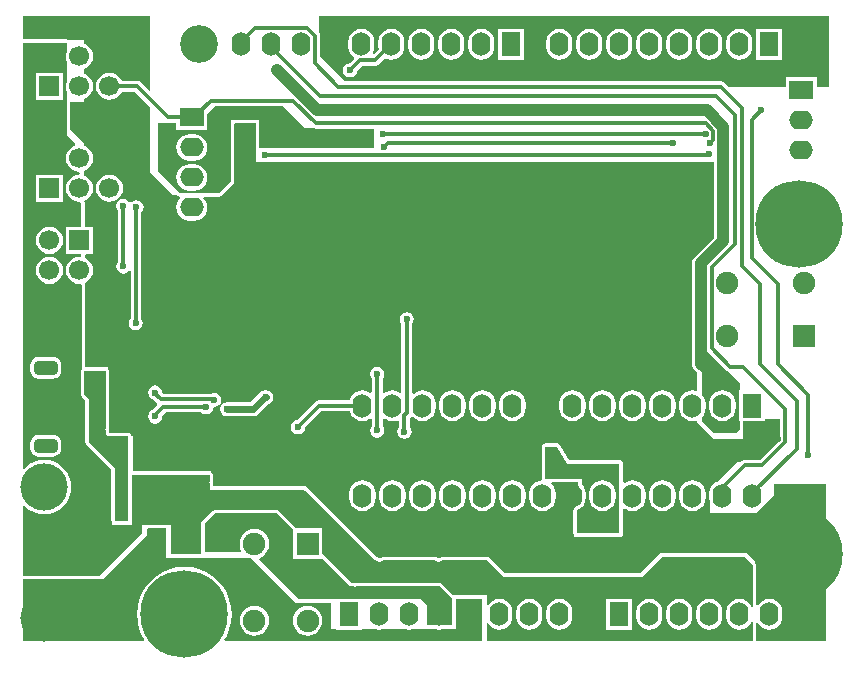
<source format=gbl>
G04*
G04 #@! TF.GenerationSoftware,Altium Limited,Altium Designer,20.0.2 (26)*
G04*
G04 Layer_Physical_Order=2*
G04 Layer_Color=16711680*
%FSLAX44Y44*%
%MOMM*%
G71*
G01*
G75*
%ADD12C,0.3000*%
%ADD17R,1.9000X1.9000*%
%ADD60C,1.9000*%
%ADD61R,1.9000X1.9000*%
%ADD70C,1.0000*%
%ADD71C,0.6000*%
%ADD73C,0.5000*%
%ADD74O,1.6000X2.0000*%
%ADD75R,1.6000X2.0000*%
G04:AMPARAMS|DCode=76|XSize=2mm|YSize=1.2mm|CornerRadius=0.36mm|HoleSize=0mm|Usage=FLASHONLY|Rotation=0.000|XOffset=0mm|YOffset=0mm|HoleType=Round|Shape=RoundedRectangle|*
%AMROUNDEDRECTD76*
21,1,2.0000,0.4800,0,0,0.0*
21,1,1.2800,1.2000,0,0,0.0*
1,1,0.7200,0.6400,-0.2400*
1,1,0.7200,-0.6400,-0.2400*
1,1,0.7200,-0.6400,0.2400*
1,1,0.7200,0.6400,0.2400*
%
%ADD76ROUNDEDRECTD76*%
%ADD77C,1.7000*%
%ADD78R,1.7000X1.7000*%
%ADD79R,2.0000X1.6000*%
%ADD80O,2.0000X1.6000*%
%ADD81C,7.4000*%
%ADD82C,4.0000*%
%ADD83C,3.2000*%
%ADD84C,0.6000*%
G36*
X685508Y472179D02*
X675000D01*
Y480000D01*
X649000D01*
Y472179D01*
X600309D01*
X597244Y475244D01*
X595756Y476239D01*
X594000Y476588D01*
X276099D01*
X254848Y497839D01*
Y514763D01*
X254499Y516519D01*
X253508Y518002D01*
Y532179D01*
X685508D01*
Y472179D01*
D02*
G37*
G36*
X111000Y469148D02*
X109827Y468662D01*
X102804Y475684D01*
X101316Y476679D01*
X99560Y477028D01*
X86747D01*
X86245Y478240D01*
X84402Y480642D01*
X82000Y482485D01*
X79202Y483644D01*
X76200Y484039D01*
X73198Y483644D01*
X70400Y482485D01*
X67998Y480642D01*
X66155Y478240D01*
X64996Y475442D01*
X64601Y472440D01*
X64996Y469438D01*
X66155Y466640D01*
X67998Y464238D01*
X70400Y462395D01*
X73198Y461236D01*
X76200Y460841D01*
X79202Y461236D01*
X82000Y462395D01*
X84402Y464238D01*
X86245Y466640D01*
X86747Y467852D01*
X97660D01*
X111000Y454511D01*
Y399000D01*
X129000Y381000D01*
Y380000D01*
X133674D01*
X133837Y379837D01*
X134830Y379174D01*
X135807Y378979D01*
X136100Y378392D01*
X136226Y377700D01*
X136155Y377645D01*
X134391Y375347D01*
X133283Y372672D01*
X132905Y369800D01*
X133283Y366928D01*
X134391Y364253D01*
X136155Y361955D01*
X138453Y360191D01*
X141128Y359083D01*
X144000Y358705D01*
X148000D01*
X150872Y359083D01*
X153547Y360191D01*
X155845Y361955D01*
X157608Y364253D01*
X158717Y366928D01*
X159095Y369800D01*
X158717Y372672D01*
X157608Y375347D01*
X155845Y377645D01*
X155724Y377739D01*
X156132Y378941D01*
X169000Y378941D01*
X170170Y379174D01*
X171163Y379837D01*
X171163Y379837D01*
X181163Y389837D01*
X181826Y390829D01*
X182059Y392000D01*
X182059Y392000D01*
X182059Y421409D01*
X182000Y421704D01*
X182000Y422296D01*
X182059Y422591D01*
X182059Y440043D01*
X182957Y440941D01*
X195408Y440941D01*
X195703Y441000D01*
X195996D01*
X195996Y441000D01*
X196297Y441000D01*
X196592Y440941D01*
X199941Y440941D01*
X199941Y420000D01*
X200000Y419704D01*
Y408000D01*
X207409D01*
X208000Y407882D01*
X208591Y408000D01*
X587931Y408000D01*
Y344363D01*
X571794Y328226D01*
X570512Y326555D01*
X569706Y324609D01*
X569431Y322521D01*
Y237500D01*
X569706Y235412D01*
X570512Y233465D01*
X571794Y231794D01*
X574000Y229589D01*
Y215262D01*
X572944Y214557D01*
X572722Y214649D01*
X569850Y215027D01*
X566978Y214649D01*
X564303Y213540D01*
X562005Y211777D01*
X560242Y209480D01*
X559133Y206804D01*
X558755Y203932D01*
Y199932D01*
X559133Y197060D01*
X560242Y194384D01*
X562005Y192087D01*
X564303Y190324D01*
X566978Y189215D01*
X569850Y188837D01*
X572722Y189215D01*
X572944Y189307D01*
X574000Y188602D01*
Y188000D01*
X588000Y174000D01*
X613000D01*
Y188932D01*
X631650D01*
Y191000D01*
X643912D01*
Y173208D01*
X626935Y156231D01*
X614643D01*
X612887Y155882D01*
X611399Y154887D01*
X610511Y154000D01*
X608000D01*
X592460Y138460D01*
X592378Y138449D01*
X589703Y137340D01*
X587405Y135577D01*
X585642Y133279D01*
X584533Y130604D01*
X584155Y127732D01*
Y123732D01*
X584533Y120860D01*
X585000Y119733D01*
Y111000D01*
X624000D01*
X639000Y126000D01*
Y136000D01*
X680000D01*
X681730Y136000D01*
X683000Y135348D01*
Y3000D01*
X624059D01*
X624059Y17751D01*
X625329Y18004D01*
X625392Y17852D01*
X627155Y15555D01*
X629453Y13792D01*
X632128Y12683D01*
X635000Y12305D01*
X637872Y12683D01*
X640547Y13792D01*
X642845Y15555D01*
X644609Y17852D01*
X645717Y20528D01*
X646095Y23400D01*
Y27400D01*
X645717Y30272D01*
X644609Y32947D01*
X642845Y35245D01*
X640547Y37009D01*
X637872Y38117D01*
X635000Y38495D01*
X632128Y38117D01*
X629453Y37009D01*
X627155Y35245D01*
X625392Y32947D01*
X625329Y32796D01*
X624059Y33048D01*
X624059Y67000D01*
X624059Y67000D01*
X623826Y68170D01*
X623163Y69163D01*
X623000Y69325D01*
Y70000D01*
X616000Y77000D01*
X614296D01*
X614000Y77059D01*
X614000Y77059D01*
X544000D01*
X544000Y77059D01*
X542830Y76826D01*
X541837Y76163D01*
X525733Y60059D01*
X411267D01*
X409800Y61525D01*
X409550Y61693D01*
X409337Y61906D01*
X407879Y62880D01*
X406906Y64337D01*
X406693Y64550D01*
X406525Y64800D01*
X398163Y73163D01*
X397170Y73826D01*
X396000Y74059D01*
X396000Y74059D01*
X358316Y74059D01*
X358021Y74000D01*
X357720Y74000D01*
X357441Y73885D01*
X357146Y73826D01*
X356895Y73658D01*
X356617Y73543D01*
X356147Y73229D01*
X355000Y73001D01*
X353852Y73229D01*
X353383Y73543D01*
X353105Y73658D01*
X352854Y73826D01*
X352559Y73885D01*
X352280Y74000D01*
X351979D01*
X351683Y74059D01*
X308317Y74059D01*
X308021Y74000D01*
X307720D01*
X307442Y73885D01*
X307146Y73826D01*
X306896Y73659D01*
X306617Y73543D01*
X306148Y73229D01*
X305000Y73001D01*
X303852Y73229D01*
X303383Y73543D01*
X303104Y73659D01*
X302854Y73826D01*
X302558Y73885D01*
X302358Y73968D01*
X243163Y133163D01*
X242171Y133826D01*
X241000Y134059D01*
X241000Y134059D01*
X167591Y134059D01*
X167295Y134000D01*
X166705D01*
X166409Y134059D01*
X164059D01*
Y136409D01*
X164000Y136705D01*
X164000Y137295D01*
X164059Y137591D01*
Y143000D01*
X163826Y144171D01*
X163163Y145163D01*
X162171Y145826D01*
X162000Y145860D01*
Y147000D01*
X96000D01*
Y176000D01*
X95059D01*
X94826Y177171D01*
X94163Y178163D01*
X93170Y178826D01*
X92000Y179059D01*
X79591Y179059D01*
X79295Y179000D01*
X78705Y179000D01*
X78409Y179059D01*
X76267D01*
X76059Y179267D01*
Y181409D01*
X76000Y181705D01*
Y182295D01*
X76059Y182591D01*
Y223409D01*
X76000Y223705D01*
Y224295D01*
X76059Y224591D01*
Y231000D01*
X75826Y232171D01*
X75163Y233163D01*
X75000Y233272D01*
Y235000D01*
X55772D01*
X55772Y301287D01*
X55770Y301298D01*
X55772Y301308D01*
X55751Y304311D01*
X55732Y304405D01*
X55744Y304500D01*
X55612Y304987D01*
X55510Y305480D01*
X56279Y306422D01*
X56600Y306555D01*
X59002Y308398D01*
X60845Y310800D01*
X62004Y313598D01*
X62399Y316600D01*
X62004Y319602D01*
X60845Y322400D01*
X59002Y324802D01*
X56600Y326645D01*
X56125Y326842D01*
X55356Y327788D01*
X55449Y328272D01*
X55575Y328749D01*
X55560Y328855D01*
X55581Y328960D01*
X55576Y329599D01*
X56471Y330500D01*
X62300D01*
Y353500D01*
X56480D01*
X55439Y354383D01*
X55405Y354422D01*
X55271Y373728D01*
X55252Y373822D01*
X55264Y373917D01*
X55132Y374403D01*
X55030Y374897D01*
X55908Y375748D01*
X56600Y376035D01*
X59002Y377878D01*
X60845Y380280D01*
X62004Y383078D01*
X62399Y386080D01*
X62004Y389082D01*
X60845Y391880D01*
X59002Y394282D01*
X56600Y396125D01*
X55000Y396788D01*
Y400772D01*
X56600Y401435D01*
X59002Y403278D01*
X60845Y405680D01*
X62004Y408478D01*
X62399Y411480D01*
X62004Y414482D01*
X60845Y417280D01*
X59002Y419682D01*
X56600Y421525D01*
X55000Y422188D01*
Y424000D01*
X43059Y435941D01*
Y459000D01*
X55000D01*
Y461732D01*
X56600Y462395D01*
X59002Y464238D01*
X60845Y466640D01*
X62004Y469438D01*
X62399Y472440D01*
X62004Y475442D01*
X60845Y478240D01*
X59002Y480642D01*
X56600Y482485D01*
X55000Y483148D01*
Y487132D01*
X56600Y487795D01*
X59002Y489638D01*
X60845Y492040D01*
X62004Y494838D01*
X62399Y497840D01*
X62004Y500842D01*
X60845Y503640D01*
X59002Y506042D01*
X56600Y507885D01*
X55000Y508548D01*
Y512000D01*
X40296D01*
X40000Y512059D01*
X3000D01*
Y532000D01*
X111000D01*
Y469148D01*
D02*
G37*
G36*
X242000Y437000D02*
X248866Y437000D01*
X249223Y436761D01*
X250979Y436412D01*
X300000D01*
Y420000D01*
X208593Y420000D01*
X208000Y420117D01*
X207407Y420000D01*
X203000Y420000D01*
X203000Y444000D01*
X196592Y444000D01*
X196000Y444118D01*
X195408Y444000D01*
X179000Y444000D01*
X179000Y422591D01*
X178883Y422000D01*
X179000Y421409D01*
X179000Y392000D01*
X169000Y382000D01*
X136000Y382000D01*
X117000Y401000D01*
X117000Y441000D01*
X133000Y441000D01*
Y435000D01*
X159000D01*
Y449000D01*
X165412Y455412D01*
X223588D01*
X242000Y437000D01*
D02*
G37*
G36*
X40000Y501817D02*
X39596Y500842D01*
X39201Y497840D01*
X39596Y494838D01*
X40000Y493863D01*
Y476417D01*
X39596Y475442D01*
X39201Y472440D01*
X39596Y469438D01*
X40000Y468463D01*
Y430800D01*
X47051Y423749D01*
X46753Y422251D01*
X45000Y421525D01*
X42598Y419682D01*
X40755Y417280D01*
X39596Y414482D01*
X39201Y411480D01*
X39596Y408478D01*
X40755Y405680D01*
X42598Y403278D01*
X45000Y401435D01*
X47798Y400276D01*
X50800Y399881D01*
X51515Y398814D01*
X51515Y398750D01*
X50800Y397679D01*
X47798Y397284D01*
X45000Y396125D01*
X42598Y394282D01*
X40755Y391880D01*
X39596Y389082D01*
X39201Y386080D01*
X39596Y383078D01*
X40755Y380280D01*
X42598Y377878D01*
X45000Y376035D01*
X47798Y374876D01*
X50800Y374481D01*
X51255Y374541D01*
X52212Y373707D01*
X52346Y354401D01*
X51451Y353500D01*
X39300D01*
Y330500D01*
X52511D01*
X52522Y328939D01*
X51570Y328098D01*
X50800Y328199D01*
X47798Y327804D01*
X45000Y326645D01*
X42598Y324802D01*
X40755Y322400D01*
X39596Y319602D01*
X39201Y316600D01*
X39596Y313598D01*
X40755Y310800D01*
X42598Y308398D01*
X45000Y306555D01*
X47798Y305396D01*
X50800Y305001D01*
X51735Y305124D01*
X52692Y304290D01*
X52713Y301287D01*
X52713Y232977D01*
X52174Y232171D01*
X51941Y231000D01*
Y212000D01*
X51941Y212000D01*
X52174Y210830D01*
X52713Y210023D01*
Y209287D01*
X55941Y206059D01*
Y171000D01*
X56000Y170705D01*
Y170000D01*
X56181Y169819D01*
X56837Y168837D01*
X56837Y168837D01*
X77941Y147733D01*
Y104898D01*
X77941Y104898D01*
X78000Y104602D01*
Y101000D01*
X81602D01*
X81898Y100941D01*
X81898Y100941D01*
X87704Y100941D01*
X88000Y100883D01*
X88296Y100941D01*
X92000Y100941D01*
X92295Y101000D01*
X95000D01*
Y103704D01*
X95059Y104000D01*
X95059Y143000D01*
X161000Y143000D01*
Y137591D01*
X160882Y137000D01*
X161000Y136409D01*
Y131000D01*
X166409D01*
X167000Y130883D01*
X167591Y131000D01*
X241000Y131000D01*
X301000Y71000D01*
X301683D01*
X302659Y70348D01*
X305000Y69882D01*
X307341Y70348D01*
X308317Y71000D01*
X351683Y71000D01*
X352659Y70348D01*
X355000Y69882D01*
X357341Y70348D01*
X358316Y71000D01*
X396000Y71000D01*
X404362Y62637D01*
X405674Y60674D01*
X407638Y59362D01*
X410000Y57000D01*
X527000D01*
X544000Y74000D01*
X614000D01*
X621000Y67000D01*
X621000Y31941D01*
X619730Y31688D01*
X619208Y32947D01*
X617445Y35245D01*
X615148Y37009D01*
X612472Y38117D01*
X609600Y38495D01*
X606728Y38117D01*
X604053Y37009D01*
X601755Y35245D01*
X599991Y32947D01*
X598883Y30272D01*
X598505Y27400D01*
Y23400D01*
X598883Y20528D01*
X599991Y17852D01*
X601755Y15555D01*
X604053Y13792D01*
X606728Y12683D01*
X609600Y12305D01*
X612472Y12683D01*
X615148Y13792D01*
X617445Y15555D01*
X619208Y17852D01*
X619730Y19111D01*
X621000Y18859D01*
X621000Y3000D01*
X395501D01*
Y17651D01*
X396771Y17903D01*
X396791Y17852D01*
X398555Y15555D01*
X400853Y13792D01*
X403528Y12683D01*
X406400Y12305D01*
X409272Y12683D01*
X411948Y13792D01*
X414245Y15555D01*
X416008Y17852D01*
X417117Y20528D01*
X417495Y23400D01*
Y27400D01*
X417117Y30272D01*
X416008Y32947D01*
X414245Y35245D01*
X411948Y37009D01*
X409272Y38117D01*
X406400Y38495D01*
X403528Y38117D01*
X400853Y37009D01*
X398555Y35245D01*
X396791Y32947D01*
X396771Y32897D01*
X395501Y33149D01*
Y42000D01*
X367326Y42000D01*
X358163Y51163D01*
X357170Y51826D01*
X356000Y52059D01*
X356000Y52059D01*
X317591D01*
X317295Y52000D01*
X316705D01*
X316409Y52059D01*
X284591D01*
X284296Y52000D01*
X283704D01*
X283409Y52059D01*
X281941D01*
X256500Y77500D01*
Y97500D01*
X256000D01*
Y98000D01*
X235000D01*
X234319Y98681D01*
X233663Y99663D01*
X233663Y99663D01*
X220163Y113163D01*
X219181Y113819D01*
X219000Y114000D01*
X218296D01*
X218000Y114059D01*
X218000Y114059D01*
X166000D01*
X165704Y114000D01*
X165000D01*
X164819Y113819D01*
X163837Y113163D01*
X154837Y104163D01*
X154181Y103181D01*
X154000Y103000D01*
Y102296D01*
X153941Y102000D01*
X153941Y102000D01*
Y78000D01*
X154000Y77704D01*
Y76059D01*
X128000Y76059D01*
Y101000D01*
X124296D01*
X124000Y101059D01*
X108898Y101059D01*
X108898Y101059D01*
X108603Y101000D01*
X104000D01*
Y94000D01*
X68059Y58059D01*
X3000Y58059D01*
Y116793D01*
X4196Y117221D01*
X4658Y116658D01*
X8160Y113784D01*
X12156Y111648D01*
X16491Y110333D01*
X21000Y109889D01*
X25509Y110333D01*
X29844Y111648D01*
X33840Y113784D01*
X37342Y116658D01*
X40216Y120160D01*
X42352Y124156D01*
X43667Y128491D01*
X44111Y133000D01*
X43667Y137509D01*
X42352Y141844D01*
X40216Y145840D01*
X37342Y149342D01*
X33840Y152216D01*
X29844Y154352D01*
X25509Y155667D01*
X21000Y156111D01*
X16491Y155667D01*
X12156Y154352D01*
X8160Y152216D01*
X4658Y149342D01*
X4196Y148779D01*
X3000Y149207D01*
Y509000D01*
X40000D01*
Y501817D01*
D02*
G37*
G36*
X594363Y236148D02*
X598756Y231756D01*
X599212Y231451D01*
X610000Y221000D01*
Y214932D01*
X609650D01*
Y188932D01*
X609941D01*
Y181941D01*
X607000Y179000D01*
X588000Y179000D01*
X578000Y189000D01*
Y192484D01*
X579459Y194384D01*
X580567Y197060D01*
X580945Y199932D01*
Y203932D01*
X580567Y206804D01*
X579459Y209480D01*
X578000Y211380D01*
Y241000D01*
Y250372D01*
X579170Y250867D01*
X594363Y236148D01*
D02*
G37*
G36*
X73000Y231000D02*
Y224591D01*
X72882Y224000D01*
X73000Y223409D01*
Y182591D01*
X72882Y182000D01*
X73000Y181409D01*
Y178000D01*
X75000Y176000D01*
X78409D01*
X79000Y175882D01*
X79591Y176000D01*
X92000Y176000D01*
X92000Y104000D01*
X81898Y104000D01*
X81000Y104898D01*
Y149000D01*
X59000Y171000D01*
Y208000D01*
X55000Y212000D01*
Y231000D01*
X73000Y231000D01*
D02*
G37*
G36*
X231500Y97500D02*
Y72500D01*
X256500D01*
X280000Y49000D01*
X283409D01*
X284000Y48882D01*
X284591Y49000D01*
X316409D01*
X317000Y48882D01*
X317591Y49000D01*
X356000D01*
X366000Y39000D01*
Y16059D01*
X359237D01*
X358941Y16000D01*
X352259D01*
X351963Y16059D01*
X345000D01*
Y33000D01*
X340000Y38000D01*
X333354D01*
X333072Y38117D01*
X330200Y38495D01*
X327328Y38117D01*
X327046Y38000D01*
X307954D01*
X307672Y38117D01*
X304800Y38495D01*
X301928Y38117D01*
X301646Y38000D01*
X290400D01*
Y38400D01*
X268400D01*
Y38000D01*
X264296D01*
X264000Y38059D01*
X236941D01*
X203175Y71825D01*
X203473Y73323D01*
X205304Y74081D01*
X207915Y76085D01*
X209919Y78696D01*
X211178Y81737D01*
X211608Y85000D01*
X211178Y88263D01*
X209919Y91304D01*
X207915Y93915D01*
X205304Y95919D01*
X202263Y97178D01*
X199000Y97608D01*
X195737Y97178D01*
X192696Y95919D01*
X190085Y93915D01*
X188081Y91304D01*
X186822Y88263D01*
X186392Y85000D01*
X186822Y81737D01*
X187843Y79270D01*
X187118Y78000D01*
X157000Y78000D01*
Y102000D01*
X166000Y111000D01*
X218000D01*
X231500Y97500D01*
D02*
G37*
G36*
X124000Y73000D02*
X195307Y73000D01*
X195737Y72822D01*
X196245Y72755D01*
X234000Y35000D01*
X264000D01*
Y13000D01*
X268400D01*
Y12400D01*
X290400D01*
Y13000D01*
X301163D01*
X301928Y12683D01*
X304800Y12305D01*
X307672Y12683D01*
X308437Y13000D01*
X326563D01*
X327328Y12683D01*
X330200Y12305D01*
X333072Y12683D01*
X333837Y13000D01*
X351963D01*
X352728Y12683D01*
X355600Y12305D01*
X358472Y12683D01*
X359237Y13000D01*
X370000D01*
Y38000D01*
X392000D01*
Y3000D01*
X174186D01*
X173565Y4108D01*
X175450Y7184D01*
X177860Y13001D01*
X179330Y19123D01*
X179824Y25400D01*
X179330Y31677D01*
X177860Y37799D01*
X175450Y43616D01*
X172161Y48984D01*
X168072Y53772D01*
X163284Y57861D01*
X157916Y61150D01*
X152099Y63560D01*
X145977Y65030D01*
X139700Y65524D01*
X133423Y65030D01*
X127301Y63560D01*
X121484Y61150D01*
X116116Y57861D01*
X111328Y53772D01*
X107239Y48984D01*
X103949Y43616D01*
X101540Y37799D01*
X100070Y31677D01*
X99576Y25400D01*
X100070Y19123D01*
X101540Y13001D01*
X103949Y7184D01*
X105835Y4108D01*
X105214Y3000D01*
X3000D01*
Y55000D01*
X71000Y55000D01*
X108000Y92000D01*
X108000Y97102D01*
X108898Y98000D01*
X124000Y98000D01*
Y73000D01*
D02*
G37*
%LPC*%
G36*
X314960Y521095D02*
X312088Y520717D01*
X309412Y519608D01*
X307115Y517845D01*
X305352Y515547D01*
X304243Y512872D01*
X303865Y510000D01*
Y506000D01*
X304168Y503697D01*
X300185Y499714D01*
X299168Y500453D01*
X300277Y503128D01*
X300655Y506000D01*
Y510000D01*
X300277Y512872D01*
X299168Y515547D01*
X297405Y517845D01*
X295107Y519608D01*
X292432Y520717D01*
X289560Y521095D01*
X286688Y520717D01*
X284013Y519608D01*
X281715Y517845D01*
X279951Y515547D01*
X278843Y512872D01*
X278465Y510000D01*
Y506000D01*
X278843Y503128D01*
X279951Y500452D01*
X281715Y498155D01*
X283186Y497025D01*
X283270Y495758D01*
X279537Y492025D01*
X277659Y491652D01*
X275674Y490326D01*
X274348Y488341D01*
X273883Y486000D01*
X274348Y483659D01*
X275674Y481674D01*
X277659Y480348D01*
X280000Y479883D01*
X282341Y480348D01*
X284326Y481674D01*
X285652Y483659D01*
X286025Y485537D01*
X290401Y489912D01*
X301460D01*
X303216Y490261D01*
X304704Y491256D01*
X309715Y496266D01*
X312088Y495283D01*
X314960Y494905D01*
X317832Y495283D01*
X320508Y496391D01*
X322805Y498155D01*
X324568Y500452D01*
X325677Y503128D01*
X326055Y506000D01*
Y510000D01*
X325677Y512872D01*
X324568Y515547D01*
X322805Y517845D01*
X320508Y519608D01*
X317832Y520717D01*
X314960Y521095D01*
D02*
G37*
G36*
X646000Y521000D02*
X624000D01*
Y495000D01*
X646000D01*
Y521000D01*
D02*
G37*
G36*
X427560D02*
X405560D01*
Y495000D01*
X427560D01*
Y521000D01*
D02*
G37*
G36*
X609600Y521095D02*
X606728Y520717D01*
X604053Y519608D01*
X601755Y517845D01*
X599991Y515547D01*
X598883Y512872D01*
X598505Y510000D01*
Y506000D01*
X598883Y503128D01*
X599991Y500452D01*
X601755Y498155D01*
X604053Y496391D01*
X606728Y495283D01*
X609600Y494905D01*
X612472Y495283D01*
X615148Y496391D01*
X617445Y498155D01*
X619208Y500452D01*
X620317Y503128D01*
X620695Y506000D01*
Y510000D01*
X620317Y512872D01*
X619208Y515547D01*
X617445Y517845D01*
X615148Y519608D01*
X612472Y520717D01*
X609600Y521095D01*
D02*
G37*
G36*
X584200D02*
X581328Y520717D01*
X578652Y519608D01*
X576355Y517845D01*
X574591Y515547D01*
X573483Y512872D01*
X573105Y510000D01*
Y506000D01*
X573483Y503128D01*
X574591Y500452D01*
X576355Y498155D01*
X578652Y496391D01*
X581328Y495283D01*
X584200Y494905D01*
X587072Y495283D01*
X589748Y496391D01*
X592045Y498155D01*
X593809Y500452D01*
X594917Y503128D01*
X595295Y506000D01*
Y510000D01*
X594917Y512872D01*
X593809Y515547D01*
X592045Y517845D01*
X589748Y519608D01*
X587072Y520717D01*
X584200Y521095D01*
D02*
G37*
G36*
X558800D02*
X555928Y520717D01*
X553252Y519608D01*
X550955Y517845D01*
X549192Y515547D01*
X548083Y512872D01*
X547705Y510000D01*
Y506000D01*
X548083Y503128D01*
X549192Y500452D01*
X550955Y498155D01*
X553252Y496391D01*
X555928Y495283D01*
X558800Y494905D01*
X561672Y495283D01*
X564347Y496391D01*
X566645Y498155D01*
X568409Y500452D01*
X569517Y503128D01*
X569895Y506000D01*
Y510000D01*
X569517Y512872D01*
X568409Y515547D01*
X566645Y517845D01*
X564347Y519608D01*
X561672Y520717D01*
X558800Y521095D01*
D02*
G37*
G36*
X533400D02*
X530528Y520717D01*
X527853Y519608D01*
X525555Y517845D01*
X523792Y515547D01*
X522683Y512872D01*
X522305Y510000D01*
Y506000D01*
X522683Y503128D01*
X523792Y500452D01*
X525555Y498155D01*
X527853Y496391D01*
X530528Y495283D01*
X533400Y494905D01*
X536272Y495283D01*
X538947Y496391D01*
X541245Y498155D01*
X543008Y500452D01*
X544117Y503128D01*
X544495Y506000D01*
Y510000D01*
X544117Y512872D01*
X543008Y515547D01*
X541245Y517845D01*
X538947Y519608D01*
X536272Y520717D01*
X533400Y521095D01*
D02*
G37*
G36*
X508000D02*
X505128Y520717D01*
X502453Y519608D01*
X500155Y517845D01*
X498391Y515547D01*
X497283Y512872D01*
X496905Y510000D01*
Y506000D01*
X497283Y503128D01*
X498391Y500452D01*
X500155Y498155D01*
X502453Y496391D01*
X505128Y495283D01*
X508000Y494905D01*
X510872Y495283D01*
X513548Y496391D01*
X515845Y498155D01*
X517608Y500452D01*
X518717Y503128D01*
X519095Y506000D01*
Y510000D01*
X518717Y512872D01*
X517608Y515547D01*
X515845Y517845D01*
X513548Y519608D01*
X510872Y520717D01*
X508000Y521095D01*
D02*
G37*
G36*
X482600D02*
X479728Y520717D01*
X477052Y519608D01*
X474755Y517845D01*
X472991Y515547D01*
X471883Y512872D01*
X471505Y510000D01*
Y506000D01*
X471883Y503128D01*
X472991Y500452D01*
X474755Y498155D01*
X477052Y496391D01*
X479728Y495283D01*
X482600Y494905D01*
X485472Y495283D01*
X488148Y496391D01*
X490445Y498155D01*
X492209Y500452D01*
X493317Y503128D01*
X493695Y506000D01*
Y510000D01*
X493317Y512872D01*
X492209Y515547D01*
X490445Y517845D01*
X488148Y519608D01*
X485472Y520717D01*
X482600Y521095D01*
D02*
G37*
G36*
X457200D02*
X454328Y520717D01*
X451652Y519608D01*
X449355Y517845D01*
X447592Y515547D01*
X446483Y512872D01*
X446105Y510000D01*
Y506000D01*
X446483Y503128D01*
X447592Y500452D01*
X449355Y498155D01*
X451652Y496391D01*
X454328Y495283D01*
X457200Y494905D01*
X460072Y495283D01*
X462747Y496391D01*
X465045Y498155D01*
X466809Y500452D01*
X467917Y503128D01*
X468295Y506000D01*
Y510000D01*
X467917Y512872D01*
X466809Y515547D01*
X465045Y517845D01*
X462747Y519608D01*
X460072Y520717D01*
X457200Y521095D01*
D02*
G37*
G36*
X391160D02*
X388288Y520717D01*
X385612Y519608D01*
X383315Y517845D01*
X381552Y515547D01*
X380443Y512872D01*
X380065Y510000D01*
Y506000D01*
X380443Y503128D01*
X381552Y500452D01*
X383315Y498155D01*
X385612Y496391D01*
X388288Y495283D01*
X391160Y494905D01*
X394032Y495283D01*
X396707Y496391D01*
X399005Y498155D01*
X400769Y500452D01*
X401877Y503128D01*
X402255Y506000D01*
Y510000D01*
X401877Y512872D01*
X400769Y515547D01*
X399005Y517845D01*
X396707Y519608D01*
X394032Y520717D01*
X391160Y521095D01*
D02*
G37*
G36*
X365760D02*
X362888Y520717D01*
X360213Y519608D01*
X357915Y517845D01*
X356152Y515547D01*
X355043Y512872D01*
X354665Y510000D01*
Y506000D01*
X355043Y503128D01*
X356152Y500452D01*
X357915Y498155D01*
X360213Y496391D01*
X362888Y495283D01*
X365760Y494905D01*
X368632Y495283D01*
X371307Y496391D01*
X373605Y498155D01*
X375368Y500452D01*
X376477Y503128D01*
X376855Y506000D01*
Y510000D01*
X376477Y512872D01*
X375368Y515547D01*
X373605Y517845D01*
X371307Y519608D01*
X368632Y520717D01*
X365760Y521095D01*
D02*
G37*
G36*
X340360D02*
X337488Y520717D01*
X334813Y519608D01*
X332515Y517845D01*
X330751Y515547D01*
X329643Y512872D01*
X329265Y510000D01*
Y506000D01*
X329643Y503128D01*
X330751Y500452D01*
X332515Y498155D01*
X334813Y496391D01*
X337488Y495283D01*
X340360Y494905D01*
X343232Y495283D01*
X345908Y496391D01*
X348205Y498155D01*
X349968Y500452D01*
X351077Y503128D01*
X351455Y506000D01*
Y510000D01*
X351077Y512872D01*
X349968Y515547D01*
X348205Y517845D01*
X345908Y519608D01*
X343232Y520717D01*
X340360Y521095D01*
D02*
G37*
G36*
X76200Y397679D02*
X73198Y397284D01*
X70400Y396125D01*
X67998Y394282D01*
X66155Y391880D01*
X64996Y389082D01*
X64601Y386080D01*
X64996Y383078D01*
X66155Y380280D01*
X67998Y377878D01*
X70400Y376035D01*
X73198Y374876D01*
X76200Y374481D01*
X79202Y374876D01*
X82000Y376035D01*
X84402Y377878D01*
X86245Y380280D01*
X87404Y383078D01*
X87799Y386080D01*
X87404Y389082D01*
X86245Y391880D01*
X84402Y394282D01*
X82000Y396125D01*
X79202Y397284D01*
X76200Y397679D01*
D02*
G37*
G36*
X88000Y377118D02*
X85659Y376652D01*
X83674Y375326D01*
X82348Y373341D01*
X81882Y371000D01*
X82348Y368659D01*
X83412Y367067D01*
Y323933D01*
X82348Y322341D01*
X81882Y320000D01*
X82348Y317659D01*
X83674Y315674D01*
X85659Y314348D01*
X88000Y313883D01*
X90341Y314348D01*
X92326Y315674D01*
X92892Y316521D01*
X94162Y316136D01*
Y276307D01*
X92848Y274341D01*
X92382Y272000D01*
X92848Y269659D01*
X94174Y267674D01*
X96159Y266348D01*
X98500Y265882D01*
X100841Y266348D01*
X102826Y267674D01*
X104152Y269659D01*
X104618Y272000D01*
X104152Y274341D01*
X103338Y275559D01*
Y365693D01*
X104652Y367659D01*
X105118Y370000D01*
X104652Y372341D01*
X103326Y374326D01*
X101341Y375652D01*
X99000Y376118D01*
X96659Y375652D01*
X94674Y374326D01*
X94598Y374211D01*
X93070D01*
X92326Y375326D01*
X90341Y376652D01*
X88000Y377118D01*
D02*
G37*
G36*
X328000Y281117D02*
X325659Y280652D01*
X323674Y279326D01*
X322348Y277341D01*
X321883Y275000D01*
X322348Y272659D01*
X323412Y271067D01*
Y213431D01*
X322273Y212869D01*
X321397Y213540D01*
X318722Y214649D01*
X315850Y215027D01*
X312978Y214649D01*
X310303Y213540D01*
X308858Y212432D01*
X307588Y213058D01*
Y225067D01*
X308652Y226659D01*
X309118Y229000D01*
X308652Y231341D01*
X307326Y233326D01*
X305341Y234652D01*
X303000Y235117D01*
X300659Y234652D01*
X298674Y233326D01*
X297348Y231341D01*
X296882Y229000D01*
X297348Y226659D01*
X298412Y225067D01*
Y213289D01*
X297142Y212662D01*
X295997Y213540D01*
X293322Y214649D01*
X290450Y215027D01*
X287578Y214649D01*
X284903Y213540D01*
X282605Y211777D01*
X280842Y209480D01*
X279733Y206804D01*
X279696Y206520D01*
X253932D01*
X252176Y206171D01*
X250688Y205176D01*
X235537Y190025D01*
X233659Y189652D01*
X231674Y188326D01*
X230348Y186341D01*
X229883Y184000D01*
X230348Y181659D01*
X231674Y179674D01*
X233659Y178348D01*
X236000Y177882D01*
X238341Y178348D01*
X240326Y179674D01*
X241652Y181659D01*
X242025Y183537D01*
X255833Y197344D01*
X279696D01*
X279733Y197060D01*
X280842Y194384D01*
X282605Y192087D01*
X284903Y190324D01*
X287578Y189215D01*
X290450Y188837D01*
X293322Y189215D01*
X295997Y190324D01*
X297142Y191202D01*
X298412Y190575D01*
Y184933D01*
X297348Y183341D01*
X296882Y181000D01*
X297348Y178659D01*
X298674Y176674D01*
X300659Y175348D01*
X303000Y174883D01*
X305341Y175348D01*
X307326Y176674D01*
X308652Y178659D01*
X309118Y181000D01*
X308652Y183341D01*
X307588Y184933D01*
Y190805D01*
X308858Y191432D01*
X310303Y190324D01*
X312978Y189215D01*
X315850Y188837D01*
X318722Y189215D01*
X320142Y189803D01*
X321412Y188955D01*
Y183933D01*
X320348Y182341D01*
X319883Y180000D01*
X320348Y177659D01*
X321674Y175674D01*
X323659Y174348D01*
X326000Y173883D01*
X328341Y174348D01*
X330326Y175674D01*
X331652Y177659D01*
X332118Y180000D01*
X331652Y182341D01*
X330588Y183933D01*
Y191918D01*
X331244Y192574D01*
X331470Y192912D01*
X332739Y192954D01*
X333405Y192087D01*
X335703Y190324D01*
X338378Y189215D01*
X341250Y188837D01*
X344122Y189215D01*
X346797Y190324D01*
X349095Y192087D01*
X350858Y194384D01*
X351967Y197060D01*
X352345Y199932D01*
Y203932D01*
X351967Y206804D01*
X350858Y209480D01*
X349095Y211777D01*
X346797Y213540D01*
X344122Y214649D01*
X341250Y215027D01*
X338378Y214649D01*
X335703Y213540D01*
X333858Y212125D01*
X332588Y212710D01*
Y271067D01*
X333652Y272659D01*
X334118Y275000D01*
X333652Y277341D01*
X332326Y279326D01*
X330341Y280652D01*
X328000Y281117D01*
D02*
G37*
G36*
X115000Y219118D02*
X112659Y218652D01*
X110674Y217326D01*
X109348Y215341D01*
X108883Y213000D01*
X109348Y210659D01*
X110674Y208674D01*
X112659Y207348D01*
X113288Y207223D01*
X116256Y204256D01*
X116685Y203969D01*
X116846Y202334D01*
X113288Y198777D01*
X112659Y198652D01*
X110674Y197326D01*
X109348Y195341D01*
X108883Y193000D01*
X109348Y190659D01*
X110674Y188674D01*
X112659Y187348D01*
X115000Y186882D01*
X117341Y187348D01*
X119326Y188674D01*
X120652Y190659D01*
X121117Y193000D01*
X121013Y193525D01*
X123900Y196412D01*
X154067D01*
X155659Y195348D01*
X158000Y194883D01*
X160341Y195348D01*
X162326Y196674D01*
X163652Y198659D01*
X163912Y199965D01*
X165000Y200882D01*
X165303Y200943D01*
X167341Y201348D01*
X169326Y202674D01*
X170652Y204659D01*
X171117Y207000D01*
X170652Y209341D01*
X169326Y211326D01*
X167341Y212652D01*
X165000Y213118D01*
X162659Y212652D01*
X161815Y212088D01*
X122166D01*
X121117Y213000D01*
X120652Y215341D01*
X119326Y217326D01*
X117341Y218652D01*
X115000Y219118D01*
D02*
G37*
G36*
X209000Y215117D02*
X208000D01*
X205659Y214652D01*
X203674Y213326D01*
X195466Y205117D01*
X176000D01*
X173659Y204652D01*
X171674Y203326D01*
X170348Y201341D01*
X169883Y199000D01*
X170348Y196659D01*
X171674Y194674D01*
X173659Y193348D01*
X176000Y192882D01*
X198000D01*
X200341Y193348D01*
X202326Y194674D01*
X210915Y203263D01*
X211341Y203348D01*
X213326Y204674D01*
X214652Y206659D01*
X215117Y209000D01*
X214652Y211341D01*
X213326Y213326D01*
X211341Y214652D01*
X209000Y215117D01*
D02*
G37*
G36*
X544450Y215027D02*
X541578Y214649D01*
X538903Y213540D01*
X536605Y211777D01*
X534841Y209480D01*
X533733Y206804D01*
X533355Y203932D01*
Y199932D01*
X533733Y197060D01*
X534841Y194384D01*
X536605Y192087D01*
X538903Y190324D01*
X541578Y189215D01*
X544450Y188837D01*
X547322Y189215D01*
X549997Y190324D01*
X552295Y192087D01*
X554058Y194384D01*
X555167Y197060D01*
X555545Y199932D01*
Y203932D01*
X555167Y206804D01*
X554058Y209480D01*
X552295Y211777D01*
X549997Y213540D01*
X547322Y214649D01*
X544450Y215027D01*
D02*
G37*
G36*
X519050D02*
X516178Y214649D01*
X513503Y213540D01*
X511205Y211777D01*
X509441Y209480D01*
X508333Y206804D01*
X507955Y203932D01*
Y199932D01*
X508333Y197060D01*
X509441Y194384D01*
X511205Y192087D01*
X513503Y190324D01*
X516178Y189215D01*
X519050Y188837D01*
X521922Y189215D01*
X524597Y190324D01*
X526895Y192087D01*
X528658Y194384D01*
X529767Y197060D01*
X530145Y199932D01*
Y203932D01*
X529767Y206804D01*
X528658Y209480D01*
X526895Y211777D01*
X524597Y213540D01*
X521922Y214649D01*
X519050Y215027D01*
D02*
G37*
G36*
X493650D02*
X490778Y214649D01*
X488103Y213540D01*
X485805Y211777D01*
X484041Y209480D01*
X482933Y206804D01*
X482555Y203932D01*
Y199932D01*
X482933Y197060D01*
X484041Y194384D01*
X485805Y192087D01*
X488103Y190324D01*
X490778Y189215D01*
X493650Y188837D01*
X496522Y189215D01*
X499197Y190324D01*
X501495Y192087D01*
X503259Y194384D01*
X504367Y197060D01*
X504745Y199932D01*
Y203932D01*
X504367Y206804D01*
X503259Y209480D01*
X501495Y211777D01*
X499197Y213540D01*
X496522Y214649D01*
X493650Y215027D01*
D02*
G37*
G36*
X468250D02*
X465378Y214649D01*
X462703Y213540D01*
X460405Y211777D01*
X458642Y209480D01*
X457533Y206804D01*
X457155Y203932D01*
Y199932D01*
X457533Y197060D01*
X458642Y194384D01*
X460405Y192087D01*
X462703Y190324D01*
X465378Y189215D01*
X468250Y188837D01*
X471122Y189215D01*
X473797Y190324D01*
X476095Y192087D01*
X477859Y194384D01*
X478967Y197060D01*
X479345Y199932D01*
Y203932D01*
X478967Y206804D01*
X477859Y209480D01*
X476095Y211777D01*
X473797Y213540D01*
X471122Y214649D01*
X468250Y215027D01*
D02*
G37*
G36*
X417450D02*
X414578Y214649D01*
X411903Y213540D01*
X409605Y211777D01*
X407841Y209480D01*
X406733Y206804D01*
X406355Y203932D01*
Y199932D01*
X406733Y197060D01*
X407841Y194384D01*
X409605Y192087D01*
X411903Y190324D01*
X414578Y189215D01*
X417450Y188837D01*
X420322Y189215D01*
X422997Y190324D01*
X425295Y192087D01*
X427058Y194384D01*
X428167Y197060D01*
X428545Y199932D01*
Y203932D01*
X428167Y206804D01*
X427058Y209480D01*
X425295Y211777D01*
X422997Y213540D01*
X420322Y214649D01*
X417450Y215027D01*
D02*
G37*
G36*
X392050D02*
X389178Y214649D01*
X386503Y213540D01*
X384205Y211777D01*
X382441Y209480D01*
X381333Y206804D01*
X380955Y203932D01*
Y199932D01*
X381333Y197060D01*
X382441Y194384D01*
X384205Y192087D01*
X386503Y190324D01*
X389178Y189215D01*
X392050Y188837D01*
X394922Y189215D01*
X397597Y190324D01*
X399895Y192087D01*
X401659Y194384D01*
X402767Y197060D01*
X403145Y199932D01*
Y203932D01*
X402767Y206804D01*
X401659Y209480D01*
X399895Y211777D01*
X397597Y213540D01*
X394922Y214649D01*
X392050Y215027D01*
D02*
G37*
G36*
X366650D02*
X363778Y214649D01*
X361103Y213540D01*
X358805Y211777D01*
X357042Y209480D01*
X355933Y206804D01*
X355555Y203932D01*
Y199932D01*
X355933Y197060D01*
X357042Y194384D01*
X358805Y192087D01*
X361103Y190324D01*
X363778Y189215D01*
X366650Y188837D01*
X369522Y189215D01*
X372197Y190324D01*
X374495Y192087D01*
X376259Y194384D01*
X377367Y197060D01*
X377745Y199932D01*
Y203932D01*
X377367Y206804D01*
X376259Y209480D01*
X374495Y211777D01*
X372197Y213540D01*
X369522Y214649D01*
X366650Y215027D01*
D02*
G37*
G36*
X569850Y138827D02*
X566978Y138449D01*
X564303Y137340D01*
X562005Y135577D01*
X560242Y133279D01*
X559133Y130604D01*
X558755Y127732D01*
Y123732D01*
X559133Y120860D01*
X560242Y118184D01*
X562005Y115887D01*
X564303Y114123D01*
X566978Y113015D01*
X569850Y112637D01*
X572722Y113015D01*
X575397Y114123D01*
X577695Y115887D01*
X579459Y118184D01*
X580567Y120860D01*
X580945Y123732D01*
Y127732D01*
X580567Y130604D01*
X579459Y133279D01*
X577695Y135577D01*
X575397Y137340D01*
X572722Y138449D01*
X569850Y138827D01*
D02*
G37*
G36*
X544450D02*
X541578Y138449D01*
X538903Y137340D01*
X536605Y135577D01*
X534841Y133279D01*
X533733Y130604D01*
X533355Y127732D01*
Y123732D01*
X533733Y120860D01*
X534841Y118184D01*
X536605Y115887D01*
X538903Y114123D01*
X541578Y113015D01*
X544450Y112637D01*
X547322Y113015D01*
X549997Y114123D01*
X552295Y115887D01*
X554058Y118184D01*
X555167Y120860D01*
X555545Y123732D01*
Y127732D01*
X555167Y130604D01*
X554058Y133279D01*
X552295Y135577D01*
X549997Y137340D01*
X547322Y138449D01*
X544450Y138827D01*
D02*
G37*
G36*
X455000Y170059D02*
X445174D01*
X444003Y169826D01*
X443011Y169163D01*
X442348Y168171D01*
X442115Y167000D01*
X442115Y140000D01*
X441100Y138596D01*
X439978Y138449D01*
X437303Y137340D01*
X435005Y135577D01*
X433242Y133279D01*
X432133Y130604D01*
X431755Y127732D01*
Y123732D01*
X432133Y120860D01*
X433242Y118184D01*
X435005Y115887D01*
X437303Y114123D01*
X439978Y113015D01*
X442850Y112637D01*
X445722Y113015D01*
X448397Y114123D01*
X450695Y115887D01*
X452458Y118184D01*
X453567Y120860D01*
X453945Y123732D01*
Y127732D01*
X453567Y130604D01*
X452458Y133279D01*
X450695Y135577D01*
X450485Y135739D01*
X450893Y136941D01*
X472941Y136941D01*
Y135650D01*
X472981Y135452D01*
X472967Y135251D01*
X473096Y134872D01*
X473174Y134480D01*
X473286Y134312D01*
X473351Y134121D01*
X473615Y133820D01*
X473623Y133809D01*
X473669Y133715D01*
X473795Y133550D01*
X473837Y133488D01*
X473850Y133479D01*
X475187Y131737D01*
X475987Y129805D01*
X476286Y127531D01*
Y123933D01*
X475987Y121659D01*
X475187Y119727D01*
X473914Y118068D01*
X472255Y116795D01*
X470829Y116205D01*
X469837Y115542D01*
X469423Y114921D01*
X469174Y114550D01*
X468941Y113379D01*
Y94000D01*
X469174Y92830D01*
X469837Y91837D01*
X470830Y91174D01*
X472000Y90941D01*
X508000D01*
X509170Y91174D01*
X510163Y91837D01*
X510826Y92830D01*
X511059Y94000D01*
Y114398D01*
X512329Y115024D01*
X513503Y114123D01*
X516178Y113015D01*
X519050Y112637D01*
X521922Y113015D01*
X524597Y114123D01*
X526895Y115887D01*
X528658Y118184D01*
X529767Y120860D01*
X530145Y123732D01*
Y127732D01*
X529767Y130604D01*
X528658Y133279D01*
X526895Y135577D01*
X524597Y137340D01*
X521922Y138449D01*
X519050Y138827D01*
X516178Y138449D01*
X513503Y137340D01*
X512329Y136440D01*
X511059Y137066D01*
Y153000D01*
X510826Y154171D01*
X510163Y155163D01*
X509170Y155826D01*
X508000Y156059D01*
X465723Y156059D01*
X457568Y168662D01*
X457343Y168894D01*
X457163Y169163D01*
X456931Y169318D01*
X456737Y169518D01*
X456440Y169646D01*
X456171Y169826D01*
X455897Y169880D01*
X455641Y169991D01*
X455317Y169996D01*
X455000Y170059D01*
D02*
G37*
G36*
X417450Y138827D02*
X414578Y138449D01*
X411903Y137340D01*
X409605Y135577D01*
X407841Y133279D01*
X406733Y130604D01*
X406355Y127732D01*
Y123732D01*
X406733Y120860D01*
X407841Y118184D01*
X409605Y115887D01*
X411903Y114123D01*
X414578Y113015D01*
X417450Y112637D01*
X420322Y113015D01*
X422997Y114123D01*
X425295Y115887D01*
X427058Y118184D01*
X428167Y120860D01*
X428545Y123732D01*
Y127732D01*
X428167Y130604D01*
X427058Y133279D01*
X425295Y135577D01*
X422997Y137340D01*
X420322Y138449D01*
X417450Y138827D01*
D02*
G37*
G36*
X392050D02*
X389178Y138449D01*
X386503Y137340D01*
X384205Y135577D01*
X382441Y133279D01*
X381333Y130604D01*
X380955Y127732D01*
Y123732D01*
X381333Y120860D01*
X382441Y118184D01*
X384205Y115887D01*
X386503Y114123D01*
X389178Y113015D01*
X392050Y112637D01*
X394922Y113015D01*
X397597Y114123D01*
X399895Y115887D01*
X401659Y118184D01*
X402767Y120860D01*
X403145Y123732D01*
Y127732D01*
X402767Y130604D01*
X401659Y133279D01*
X399895Y135577D01*
X397597Y137340D01*
X394922Y138449D01*
X392050Y138827D01*
D02*
G37*
G36*
X366650D02*
X363778Y138449D01*
X361103Y137340D01*
X358805Y135577D01*
X357042Y133279D01*
X355933Y130604D01*
X355555Y127732D01*
Y123732D01*
X355933Y120860D01*
X357042Y118184D01*
X358805Y115887D01*
X361103Y114123D01*
X363778Y113015D01*
X366650Y112637D01*
X369522Y113015D01*
X372197Y114123D01*
X374495Y115887D01*
X376259Y118184D01*
X377367Y120860D01*
X377745Y123732D01*
Y127732D01*
X377367Y130604D01*
X376259Y133279D01*
X374495Y135577D01*
X372197Y137340D01*
X369522Y138449D01*
X366650Y138827D01*
D02*
G37*
G36*
X341250D02*
X338378Y138449D01*
X335703Y137340D01*
X333405Y135577D01*
X331642Y133279D01*
X330533Y130604D01*
X330155Y127732D01*
Y123732D01*
X330533Y120860D01*
X331642Y118184D01*
X333405Y115887D01*
X335703Y114123D01*
X338378Y113015D01*
X341250Y112637D01*
X344122Y113015D01*
X346797Y114123D01*
X349095Y115887D01*
X350858Y118184D01*
X351967Y120860D01*
X352345Y123732D01*
Y127732D01*
X351967Y130604D01*
X350858Y133279D01*
X349095Y135577D01*
X346797Y137340D01*
X344122Y138449D01*
X341250Y138827D01*
D02*
G37*
G36*
X315850D02*
X312978Y138449D01*
X310303Y137340D01*
X308005Y135577D01*
X306241Y133279D01*
X305133Y130604D01*
X304755Y127732D01*
Y123732D01*
X305133Y120860D01*
X306241Y118184D01*
X308005Y115887D01*
X310303Y114123D01*
X312978Y113015D01*
X315850Y112637D01*
X318722Y113015D01*
X321397Y114123D01*
X323695Y115887D01*
X325458Y118184D01*
X326567Y120860D01*
X326945Y123732D01*
Y127732D01*
X326567Y130604D01*
X325458Y133279D01*
X323695Y135577D01*
X321397Y137340D01*
X318722Y138449D01*
X315850Y138827D01*
D02*
G37*
G36*
X290450D02*
X287578Y138449D01*
X284903Y137340D01*
X282605Y135577D01*
X280842Y133279D01*
X279733Y130604D01*
X279355Y127732D01*
Y123732D01*
X279733Y120860D01*
X280842Y118184D01*
X282605Y115887D01*
X284903Y114123D01*
X287578Y113015D01*
X290450Y112637D01*
X293322Y113015D01*
X295997Y114123D01*
X298295Y115887D01*
X300058Y118184D01*
X301167Y120860D01*
X301545Y123732D01*
Y127732D01*
X301167Y130604D01*
X300058Y133279D01*
X298295Y135577D01*
X295997Y137340D01*
X293322Y138449D01*
X290450Y138827D01*
D02*
G37*
%LPD*%
G36*
X464059Y153000D02*
X508000Y153000D01*
Y128073D01*
X507955Y127732D01*
Y123732D01*
X508000Y123391D01*
Y94000D01*
X472000D01*
Y113379D01*
X473797Y114123D01*
X476095Y115887D01*
X477859Y118184D01*
X478967Y120860D01*
X479345Y123732D01*
Y127732D01*
X478967Y130604D01*
X477859Y133279D01*
X476095Y135577D01*
X476000Y135650D01*
Y140000D01*
X445174Y140000D01*
X445174Y167000D01*
X455000D01*
X464059Y153000D01*
D02*
G37*
%LPC*%
G36*
X493650Y138827D02*
X490778Y138449D01*
X488103Y137340D01*
X485805Y135577D01*
X484041Y133279D01*
X482933Y130604D01*
X482555Y127732D01*
Y123732D01*
X482933Y120860D01*
X484041Y118184D01*
X485805Y115887D01*
X488103Y114123D01*
X490778Y113015D01*
X493650Y112637D01*
X496522Y113015D01*
X499197Y114123D01*
X501495Y115887D01*
X503259Y118184D01*
X504367Y120860D01*
X504745Y123732D01*
Y127732D01*
X504367Y130604D01*
X503259Y133279D01*
X501495Y135577D01*
X499197Y137340D01*
X496522Y138449D01*
X493650Y138827D01*
D02*
G37*
G36*
X148000Y431695D02*
X144000D01*
X141128Y431317D01*
X138453Y430209D01*
X136155Y428445D01*
X134391Y426147D01*
X133283Y423472D01*
X132905Y420600D01*
X133283Y417728D01*
X134391Y415053D01*
X136155Y412755D01*
X138453Y410992D01*
X141128Y409883D01*
X144000Y409505D01*
X148000D01*
X150872Y409883D01*
X153547Y410992D01*
X155845Y412755D01*
X157608Y415053D01*
X158717Y417728D01*
X159095Y420600D01*
X158717Y423472D01*
X157608Y426147D01*
X155845Y428445D01*
X153547Y430209D01*
X150872Y431317D01*
X148000Y431695D01*
D02*
G37*
G36*
Y406295D02*
X144000D01*
X141128Y405917D01*
X138453Y404809D01*
X136155Y403045D01*
X134391Y400747D01*
X133283Y398072D01*
X132905Y395200D01*
X133283Y392328D01*
X134391Y389653D01*
X136155Y387355D01*
X138453Y385592D01*
X141128Y384483D01*
X144000Y384105D01*
X148000D01*
X150872Y384483D01*
X153547Y385592D01*
X155845Y387355D01*
X157608Y389653D01*
X158717Y392328D01*
X159095Y395200D01*
X158717Y398072D01*
X157608Y400747D01*
X155845Y403045D01*
X153547Y404809D01*
X150872Y405917D01*
X148000Y406295D01*
D02*
G37*
G36*
X36900Y483940D02*
X13900D01*
Y460940D01*
X36900D01*
Y483940D01*
D02*
G37*
G36*
Y397580D02*
X13900D01*
Y374580D01*
X36900D01*
Y397580D01*
D02*
G37*
G36*
X25400Y353599D02*
X22398Y353204D01*
X19600Y352045D01*
X17198Y350202D01*
X15355Y347800D01*
X14196Y345002D01*
X13801Y342000D01*
X14196Y338998D01*
X15355Y336200D01*
X17198Y333798D01*
X19600Y331955D01*
X22398Y330796D01*
X25400Y330401D01*
X28402Y330796D01*
X31200Y331955D01*
X33602Y333798D01*
X35445Y336200D01*
X36604Y338998D01*
X36999Y342000D01*
X36604Y345002D01*
X35445Y347800D01*
X33602Y350202D01*
X31200Y352045D01*
X28402Y353204D01*
X25400Y353599D01*
D02*
G37*
G36*
Y328199D02*
X22398Y327804D01*
X19600Y326645D01*
X17198Y324802D01*
X15355Y322400D01*
X14196Y319602D01*
X13801Y316600D01*
X14196Y313598D01*
X15355Y310800D01*
X17198Y308398D01*
X19600Y306555D01*
X22398Y305396D01*
X25400Y305001D01*
X28402Y305396D01*
X31200Y306555D01*
X33602Y308398D01*
X35445Y310800D01*
X36604Y313598D01*
X36999Y316600D01*
X36604Y319602D01*
X35445Y322400D01*
X33602Y324802D01*
X31200Y326645D01*
X28402Y327804D01*
X25400Y328199D01*
D02*
G37*
G36*
X28845Y243057D02*
X16045D01*
X14322Y242830D01*
X12717Y242165D01*
X11338Y241107D01*
X10280Y239729D01*
X9615Y238123D01*
X9388Y236400D01*
Y231600D01*
X9615Y229877D01*
X10280Y228272D01*
X11338Y226893D01*
X12717Y225835D01*
X14322Y225170D01*
X16045Y224943D01*
X28845D01*
X30568Y225170D01*
X32174Y225835D01*
X33552Y226893D01*
X34610Y228272D01*
X35275Y229877D01*
X35502Y231600D01*
Y236400D01*
X35275Y238123D01*
X34610Y239729D01*
X33552Y241107D01*
X32174Y242165D01*
X30568Y242830D01*
X28845Y243057D01*
D02*
G37*
G36*
Y177057D02*
X16045D01*
X14322Y176830D01*
X12717Y176165D01*
X11338Y175107D01*
X10280Y173729D01*
X9615Y172123D01*
X9388Y170400D01*
Y165600D01*
X9615Y163877D01*
X10280Y162271D01*
X11338Y160893D01*
X12717Y159835D01*
X14322Y159170D01*
X16045Y158943D01*
X28845D01*
X30568Y159170D01*
X32174Y159835D01*
X33552Y160893D01*
X34610Y162271D01*
X35275Y163877D01*
X35502Y165600D01*
Y170400D01*
X35275Y172123D01*
X34610Y173729D01*
X33552Y175107D01*
X32174Y176165D01*
X30568Y176830D01*
X28845Y177057D01*
D02*
G37*
G36*
X519000Y38400D02*
X497000D01*
Y12400D01*
X519000D01*
Y38400D01*
D02*
G37*
G36*
X584200Y38495D02*
X581328Y38117D01*
X578652Y37009D01*
X576355Y35245D01*
X574591Y32947D01*
X573483Y30272D01*
X573105Y27400D01*
Y23400D01*
X573483Y20528D01*
X574591Y17852D01*
X576355Y15555D01*
X578652Y13792D01*
X581328Y12683D01*
X584200Y12305D01*
X587072Y12683D01*
X589748Y13792D01*
X592045Y15555D01*
X593809Y17852D01*
X594917Y20528D01*
X595295Y23400D01*
Y27400D01*
X594917Y30272D01*
X593809Y32947D01*
X592045Y35245D01*
X589748Y37009D01*
X587072Y38117D01*
X584200Y38495D01*
D02*
G37*
G36*
X558800D02*
X555928Y38117D01*
X553252Y37009D01*
X550955Y35245D01*
X549192Y32947D01*
X548083Y30272D01*
X547705Y27400D01*
Y23400D01*
X548083Y20528D01*
X549192Y17852D01*
X550955Y15555D01*
X553252Y13792D01*
X555928Y12683D01*
X558800Y12305D01*
X561672Y12683D01*
X564347Y13792D01*
X566645Y15555D01*
X568409Y17852D01*
X569517Y20528D01*
X569895Y23400D01*
Y27400D01*
X569517Y30272D01*
X568409Y32947D01*
X566645Y35245D01*
X564347Y37009D01*
X561672Y38117D01*
X558800Y38495D01*
D02*
G37*
G36*
X533400D02*
X530528Y38117D01*
X527853Y37009D01*
X525555Y35245D01*
X523792Y32947D01*
X522683Y30272D01*
X522305Y27400D01*
Y23400D01*
X522683Y20528D01*
X523792Y17852D01*
X525555Y15555D01*
X527853Y13792D01*
X530528Y12683D01*
X533400Y12305D01*
X536272Y12683D01*
X538947Y13792D01*
X541245Y15555D01*
X543008Y17852D01*
X544117Y20528D01*
X544495Y23400D01*
Y27400D01*
X544117Y30272D01*
X543008Y32947D01*
X541245Y35245D01*
X538947Y37009D01*
X536272Y38117D01*
X533400Y38495D01*
D02*
G37*
G36*
X457200D02*
X454328Y38117D01*
X451652Y37009D01*
X449355Y35245D01*
X447592Y32947D01*
X446483Y30272D01*
X446105Y27400D01*
Y23400D01*
X446483Y20528D01*
X447592Y17852D01*
X449355Y15555D01*
X451652Y13792D01*
X454328Y12683D01*
X457200Y12305D01*
X460072Y12683D01*
X462747Y13792D01*
X465045Y15555D01*
X466809Y17852D01*
X467917Y20528D01*
X468295Y23400D01*
Y27400D01*
X467917Y30272D01*
X466809Y32947D01*
X465045Y35245D01*
X462747Y37009D01*
X460072Y38117D01*
X457200Y38495D01*
D02*
G37*
G36*
X431800D02*
X428928Y38117D01*
X426253Y37009D01*
X423955Y35245D01*
X422192Y32947D01*
X421083Y30272D01*
X420705Y27400D01*
Y23400D01*
X421083Y20528D01*
X422192Y17852D01*
X423955Y15555D01*
X426253Y13792D01*
X428928Y12683D01*
X431800Y12305D01*
X434672Y12683D01*
X437347Y13792D01*
X439645Y15555D01*
X441409Y17852D01*
X442517Y20528D01*
X442895Y23400D01*
Y27400D01*
X442517Y30272D01*
X441409Y32947D01*
X439645Y35245D01*
X437347Y37009D01*
X434672Y38117D01*
X431800Y38495D01*
D02*
G37*
G36*
X595250Y215027D02*
X592378Y214649D01*
X589703Y213540D01*
X587405Y211777D01*
X585642Y209480D01*
X584533Y206804D01*
X584155Y203932D01*
Y199932D01*
X584533Y197060D01*
X585642Y194384D01*
X587405Y192087D01*
X589703Y190324D01*
X592378Y189215D01*
X595250Y188837D01*
X598122Y189215D01*
X600797Y190324D01*
X603095Y192087D01*
X604859Y194384D01*
X605967Y197060D01*
X606345Y199932D01*
Y203932D01*
X605967Y206804D01*
X604859Y209480D01*
X603095Y211777D01*
X600797Y213540D01*
X598122Y214649D01*
X595250Y215027D01*
D02*
G37*
G36*
X244000Y32608D02*
X240737Y32178D01*
X237696Y30919D01*
X235085Y28915D01*
X233081Y26304D01*
X231822Y23263D01*
X231392Y20000D01*
X231822Y16737D01*
X233081Y13696D01*
X235085Y11085D01*
X237696Y9081D01*
X240737Y7822D01*
X244000Y7392D01*
X247263Y7822D01*
X250304Y9081D01*
X252915Y11085D01*
X254919Y13696D01*
X256178Y16737D01*
X256608Y20000D01*
X256178Y23263D01*
X254919Y26304D01*
X252915Y28915D01*
X250304Y30919D01*
X247263Y32178D01*
X244000Y32608D01*
D02*
G37*
G36*
X199000D02*
X195737Y32178D01*
X192696Y30919D01*
X190085Y28915D01*
X188081Y26304D01*
X186822Y23263D01*
X186392Y20000D01*
X186822Y16737D01*
X188081Y13696D01*
X190085Y11085D01*
X192696Y9081D01*
X195737Y7822D01*
X199000Y7392D01*
X202263Y7822D01*
X205304Y9081D01*
X207915Y11085D01*
X209919Y13696D01*
X211178Y16737D01*
X211608Y20000D01*
X211178Y23263D01*
X209919Y26304D01*
X207915Y28915D01*
X205304Y30919D01*
X202263Y32178D01*
X199000Y32608D01*
D02*
G37*
%LPD*%
D12*
X114000Y213000D02*
X119500Y207500D01*
X114000Y193000D02*
X122000Y201000D01*
X312000Y424000D02*
X553000D01*
X303000Y181000D02*
Y229000D01*
X309000Y421000D02*
X312000Y424000D01*
X208000Y414000D02*
X583000D01*
X584000Y415000D01*
X253932Y201932D02*
X290450D01*
X236000Y184000D02*
X253932Y201932D01*
X328000Y195819D02*
Y275000D01*
X589500Y464500D02*
X606000Y448000D01*
Y339000D02*
Y448000D01*
X586000Y319000D02*
X606000Y339000D01*
X602000Y235000D02*
X612615D01*
X586000Y251000D02*
X602000Y235000D01*
X586000Y251000D02*
Y319000D01*
X612615Y235000D02*
X648500Y199115D01*
X627000Y237000D02*
X658000Y206000D01*
X627000Y237000D02*
Y305000D01*
X308000Y432000D02*
X581000D01*
X301460Y494500D02*
X314960Y508000D01*
X288500Y494500D02*
X301460D01*
X280000Y486000D02*
X288500Y494500D01*
X658000Y165082D02*
Y206000D01*
X620650Y127732D02*
X658000Y165082D01*
X614643Y151643D02*
X628835D01*
X595250Y132250D02*
X614643Y151643D01*
X595250Y125732D02*
Y132250D01*
X612000Y320000D02*
X627000Y305000D01*
X612000Y320000D02*
Y454000D01*
X270000Y472000D02*
X594000D01*
X250260Y491740D02*
X270000Y472000D01*
X250260Y491740D02*
Y514763D01*
X594000Y472000D02*
X612000Y454000D01*
X254860Y464500D02*
X589500D01*
X668000Y160000D02*
Y211000D01*
X642150Y236850D02*
X668000Y211000D01*
X642150Y236850D02*
Y304850D01*
X619900Y327100D02*
X642150Y304850D01*
X619900Y327100D02*
Y443900D01*
X587500Y426500D02*
Y434692D01*
X585000Y424000D02*
X587500Y426500D01*
X619900Y443900D02*
X628000Y452000D01*
X581192Y441000D02*
X587500Y434692D01*
X250979Y441000D02*
X581192D01*
X213360Y506000D02*
X254860Y464500D01*
X231979Y460000D02*
X250979Y441000D01*
X162000Y460000D02*
X231979D01*
X126000Y446000D02*
X146000D01*
X99560Y472440D02*
X126000Y446000D01*
X76200Y472440D02*
X99560D01*
X148000Y446000D02*
X162000Y460000D01*
X146000Y446000D02*
X148000D01*
X648500Y171308D02*
Y199115D01*
X628835Y151643D02*
X648500Y171308D01*
X243523Y521500D02*
X250260Y514763D01*
X620650Y125732D02*
Y127732D01*
X88000Y320000D02*
Y371000D01*
X98750Y369750D02*
X99000Y370000D01*
X98750Y272250D02*
Y369750D01*
X98500Y272000D02*
X98750Y272250D01*
X122000Y201000D02*
X158000D01*
X119500Y207500D02*
X164230D01*
X164730Y207000D01*
X165000D01*
X164000Y206270D02*
X164730Y207000D01*
X199460Y521500D02*
X243523D01*
X187960Y510000D02*
X199460Y521500D01*
X326000Y180000D02*
Y193819D01*
X213360Y506000D02*
Y508000D01*
X187960D02*
Y510000D01*
X326000Y193819D02*
X328000Y195819D01*
D17*
X244000Y85000D02*
D03*
D60*
Y20000D02*
D03*
X199000D02*
D03*
Y85000D02*
D03*
X599500Y261250D02*
D03*
Y306250D02*
D03*
X664500D02*
D03*
D61*
Y261250D02*
D03*
D70*
X577500Y237500D02*
X581000Y234000D01*
X577500Y237500D02*
Y322521D01*
X596000Y341021D02*
Y438213D01*
X577500Y322521D02*
X596000Y341021D01*
X252000Y452000D02*
X582213D01*
X596000Y438213D01*
X218000Y486000D02*
X252000Y452000D01*
D71*
X176000Y199000D02*
X198000D01*
X208000Y209000D02*
X209000D01*
X198000Y199000D02*
X208000Y209000D01*
D73*
X581000Y234000D02*
X582750Y232250D01*
D74*
X167000Y88000D02*
D03*
X141600D02*
D03*
X187960Y508000D02*
D03*
X213360D02*
D03*
X238760D02*
D03*
X264160D02*
D03*
X289560D02*
D03*
X314960D02*
D03*
X340360D02*
D03*
X365760D02*
D03*
X391160D02*
D03*
X609600D02*
D03*
X584200D02*
D03*
X558800D02*
D03*
X533400D02*
D03*
X508000D02*
D03*
X482600D02*
D03*
X457200D02*
D03*
X635000Y25400D02*
D03*
X609600D02*
D03*
X584200D02*
D03*
X558800D02*
D03*
X533400D02*
D03*
X304800D02*
D03*
X330200D02*
D03*
X355600D02*
D03*
X381000D02*
D03*
X406400D02*
D03*
X431800D02*
D03*
X457200D02*
D03*
X595250Y201932D02*
D03*
X569850D02*
D03*
X544450D02*
D03*
X519050D02*
D03*
X493650D02*
D03*
X468250D02*
D03*
X442850D02*
D03*
X417450D02*
D03*
X392050D02*
D03*
X366650D02*
D03*
X341250D02*
D03*
X315850D02*
D03*
X290450D02*
D03*
X620650Y125732D02*
D03*
X595250D02*
D03*
X569850D02*
D03*
X544450D02*
D03*
X519050D02*
D03*
X493650D02*
D03*
X468250D02*
D03*
X442850D02*
D03*
X417450D02*
D03*
X392050D02*
D03*
X366650D02*
D03*
X341250D02*
D03*
X315850D02*
D03*
X290450D02*
D03*
D75*
X116200Y88000D02*
D03*
X416560Y508000D02*
D03*
X635000D02*
D03*
X508000Y25400D02*
D03*
X279400D02*
D03*
X620650Y201932D02*
D03*
D76*
X22445Y234000D02*
D03*
Y168000D02*
D03*
D77*
X76200Y497840D02*
D03*
X50800D02*
D03*
X25400D02*
D03*
X76200Y472440D02*
D03*
X50800D02*
D03*
X76200Y411480D02*
D03*
X50800D02*
D03*
X25400D02*
D03*
X76200Y386080D02*
D03*
X50800D02*
D03*
X25400Y316600D02*
D03*
X50800D02*
D03*
X25400Y342000D02*
D03*
D78*
Y472440D02*
D03*
Y386080D02*
D03*
X50800Y342000D02*
D03*
D79*
X146000Y446000D02*
D03*
X662000Y469000D02*
D03*
D80*
X146000Y420600D02*
D03*
Y395200D02*
D03*
Y369800D02*
D03*
X662000Y418200D02*
D03*
Y443600D02*
D03*
D81*
X660400Y355600D02*
D03*
Y76200D02*
D03*
X139700Y25400D02*
D03*
D82*
X21000Y133000D02*
D03*
Y22000D02*
D03*
D83*
X152400Y508000D02*
D03*
D84*
X593000Y183252D02*
D03*
X389750Y403000D02*
D03*
X381750D02*
D03*
X283000Y430000D02*
D03*
X118000Y154000D02*
D03*
X110000D02*
D03*
X102000D02*
D03*
X135000Y169000D02*
D03*
Y177000D02*
D03*
Y185000D02*
D03*
X390000Y481000D02*
D03*
X382000D02*
D03*
X553000Y424000D02*
D03*
X303000Y229000D02*
D03*
X309000Y421000D02*
D03*
X236000Y184000D02*
D03*
X328000Y275000D02*
D03*
X580000Y392000D02*
D03*
Y384000D02*
D03*
X615000Y67000D02*
D03*
Y58000D02*
D03*
X636000Y187000D02*
D03*
X410000Y65000D02*
D03*
X424000D02*
D03*
X319000Y62000D02*
D03*
X208000Y414000D02*
D03*
X308000Y432000D02*
D03*
X129000Y412000D02*
D03*
X122000Y417000D02*
D03*
X280000Y486000D02*
D03*
X176000Y199000D02*
D03*
X209000Y209000D02*
D03*
X585000Y424000D02*
D03*
X628000Y452000D02*
D03*
X475687Y97688D02*
D03*
X48000Y452000D02*
D03*
X167000Y137000D02*
D03*
X115500Y182000D02*
D03*
X77000Y292000D02*
D03*
X374000Y403000D02*
D03*
Y481000D02*
D03*
X450000Y218000D02*
D03*
X479000Y251000D02*
D03*
X402000D02*
D03*
X108000Y245000D02*
D03*
X141000Y225000D02*
D03*
X150000Y270000D02*
D03*
X175000Y209000D02*
D03*
X196000D02*
D03*
X231000Y199000D02*
D03*
X258000Y229000D02*
D03*
X219000Y246000D02*
D03*
X184000Y288000D02*
D03*
X218000Y327000D02*
D03*
X267000Y338000D02*
D03*
X196000Y438000D02*
D03*
X185000Y422000D02*
D03*
X51000Y522000D02*
D03*
X580000Y376000D02*
D03*
X642000Y174000D02*
D03*
X679000Y127000D02*
D03*
X433000Y112000D02*
D03*
X463000Y89000D02*
D03*
X417000Y65000D02*
D03*
X390000Y88000D02*
D03*
X402000Y113000D02*
D03*
X355000Y76000D02*
D03*
X305000D02*
D03*
X190000Y146000D02*
D03*
X227000Y138000D02*
D03*
X207000Y138000D02*
D03*
X156000Y138000D02*
D03*
X75000Y253000D02*
D03*
X79000Y224000D02*
D03*
Y182000D02*
D03*
X219000Y447000D02*
D03*
X168000Y421000D02*
D03*
X122000Y408000D02*
D03*
X12000Y288000D02*
D03*
X41000Y287000D02*
D03*
X284000Y55000D02*
D03*
X317000D02*
D03*
X437000Y51000D02*
D03*
X457000Y46000D02*
D03*
X88000Y320000D02*
D03*
Y371000D02*
D03*
X98500Y272000D02*
D03*
X99000Y370000D02*
D03*
X158000Y201000D02*
D03*
X165000Y207000D02*
D03*
X451000Y161000D02*
D03*
X88000Y116000D02*
D03*
Y107000D02*
D03*
X59000Y220000D02*
D03*
Y227000D02*
D03*
X115000Y213000D02*
D03*
Y193000D02*
D03*
X584000Y415000D02*
D03*
X218000Y486000D02*
D03*
X581000Y432000D02*
D03*
X668000Y160000D02*
D03*
X326000Y180000D02*
D03*
X303000Y181000D02*
D03*
M02*

</source>
